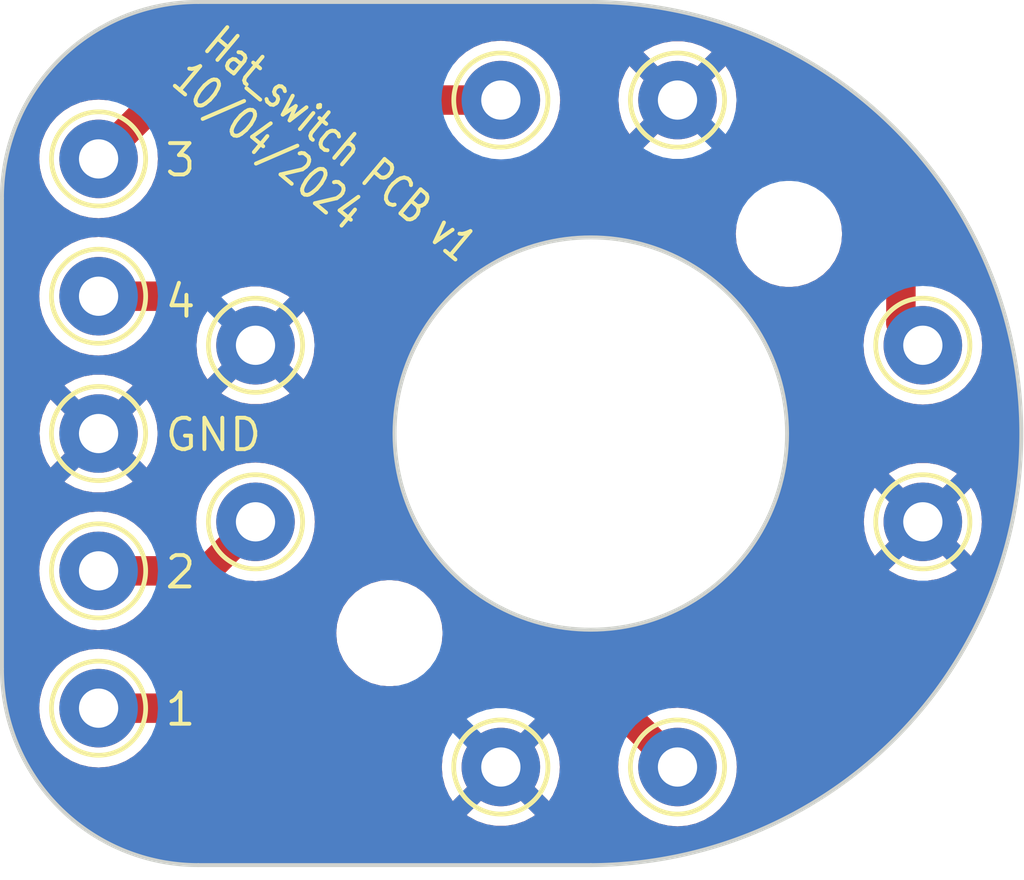
<source format=kicad_pcb>
(kicad_pcb (version 20221018) (generator pcbnew)
  (title_block (rev "1"))
  (layers (0 "F.Cu" signal "Front") (31 "B.Cu" signal "Back") (34 "B.Paste" user) (35 "F.Paste" user) (36 "B.SilkS" user "B.Silkscreen") (37 "F.SilkS" user "F.Silkscreen") (38 "B.Mask" user) (39 "F.Mask" user) (44 "Edge.Cuts" user))
  (net 0 "")
  (net 1 "GND")
  (net 2 "Net-(TP2-Pad1)")
  (net 3 "Net-(TP11-Pad1)")
  (net 4 "Net-(TP4-Pad1)")
  (net 5 "Net-(TP13-Pad1)")
  (footprint "TestPoint:TestPoint_THTPad_D2.0mm_Drill1.0mm" (layer "F.Cu") (at 168.458865 87.75)
    (fp_text reference "TP7" hide)
    (fp_text value "~")
    (fp_circle (center 0 0) (end 0 1.2) (stroke (width 0.12)) (fill none) (layer "F.SilkS"))
    (pad "1" thru_hole circle (at 0 0) (size 2 2) (drill 1) (layers "*.Cu" "*.Mask") (net 2 "Net-(TP2-Pad1)"))
  )
  (footprint "TestPoint:TestPoint_THTPad_D2.0mm_Drill1.0mm" (layer "F.Cu") (at 162.208865 98.5)
    (fp_text reference "TP11" hide)
    (fp_text value "~")
    (fp_circle (center 0 0) (end 0 1.2) (stroke (width 0.12)) (fill none) (layer "F.SilkS"))
    (pad "1" thru_hole circle (at 0 0) (size 2 2) (drill 1) (layers "*.Cu" "*.Mask") (net 3 "Net-(TP11-Pad1)"))
  )
  (footprint "TestPoint:TestPoint_THTPad_D2.0mm_Drill1.0mm" (layer "F.Cu") (at 147.461207 97)
    (fp_text reference "TP3" hide)
    (fp_text value "~")
    (fp_circle (center 0 0) (end 0 1.2) (stroke (width 0.12)) (fill none) (layer "F.SilkS"))
    (pad "1" thru_hole circle (at 0 0) (size 2 2) (drill 1) (layers "*.Cu" "*.Mask") (net 3 "Net-(TP11-Pad1)"))
  )
  (footprint "TestPoint:TestPoint_THTPad_D2.0mm_Drill1.0mm" (layer "F.Cu") (at 151.458865 92.25)
    (fp_text reference "TP13" hide)
    (fp_text value "~")
    (fp_circle (center 0 0) (end 0 1.2) (stroke (width 0.12)) (fill none) (layer "F.SilkS"))
    (pad "1" thru_hole circle (at 0 0) (size 2 2) (drill 1) (layers "*.Cu" "*.Mask") (net 5 "Net-(TP13-Pad1)"))
  )
  (footprint "TestPoint:TestPoint_THTPad_D2.0mm_Drill1.0mm" (layer "F.Cu") (at 147.461207 83)
    (fp_text reference "TP4" hide)
    (fp_text value "~")
    (fp_circle (center 0 0) (end 0 1.2) (stroke (width 0.12)) (fill none) (layer "F.SilkS"))
    (pad "1" thru_hole circle (at 0 0) (size 2 2) (drill 1) (layers "*.Cu" "*.Mask") (net 4 "Net-(TP4-Pad1)"))
  )
  (footprint "MountingHole:MountingHole_2.2mm_M2" (layer "F.Cu") (at 165.047094 84.911771)
    (fp_text reference "H1" hide)
    (fp_text value "m2" hide)
    (pad "" np_thru_hole circle (at 0 0) (size 2.2 2.2) (drill 2.2) (layers "*.Cu" "*.Mask"))
  )
  (footprint "TestPoint:TestPoint_THTPad_D2.0mm_Drill1.0mm" (layer "F.Cu") (at 162.208865 81.5)
    (fp_text reference "TP8" hide)
    (fp_text value "~")
    (fp_circle (center 0 0) (end 0 1.2) (stroke (width 0.12)) (fill none) (layer "F.SilkS"))
    (pad "1" thru_hole circle (at 0 0) (size 2 2) (drill 1) (layers "*.Cu" "*.Mask") (net 1 "GND"))
  )
  (footprint "TestPoint:TestPoint_THTPad_D2.0mm_Drill1.0mm" (layer "F.Cu") (at 147.461207 93.5)
    (fp_text reference "TP5" hide)
    (fp_text value "~")
    (fp_circle (center 0 0) (end 0 1.2) (stroke (width 0.12)) (fill none) (layer "F.SilkS"))
    (pad "1" thru_hole circle (at 0 0) (size 2 2) (drill 1) (layers "*.Cu" "*.Mask") (net 5 "Net-(TP13-Pad1)"))
  )
  (footprint "TestPoint:TestPoint_THTPad_D2.0mm_Drill1.0mm" (layer "F.Cu") (at 157.708865 98.5)
    (fp_text reference "TP10" hide)
    (fp_text value "~")
    (fp_circle (center 0 0) (end 0 1.2) (stroke (width 0.12)) (fill none) (layer "F.SilkS"))
    (pad "1" thru_hole circle (at 0 0) (size 2 2) (drill 1) (layers "*.Cu" "*.Mask") (net 1 "GND"))
  )
  (footprint "TestPoint:TestPoint_THTPad_D2.0mm_Drill1.0mm" (layer "F.Cu") (at 168.458865 92.25)
    (fp_text reference "TP12" hide)
    (fp_text value "~")
    (fp_circle (center 0 0) (end 0 1.2) (stroke (width 0.12)) (fill none) (layer "F.SilkS"))
    (pad "1" thru_hole circle (at 0 0) (size 2 2) (drill 1) (layers "*.Cu" "*.Mask") (net 1 "GND"))
  )
  (footprint "TestPoint:TestPoint_THTPad_D2.0mm_Drill1.0mm" (layer "F.Cu") (at 147.461207 86.5)
    (fp_text reference "TP2" hide)
    (fp_text value "~")
    (fp_circle (center 0 0) (end 0 1.2) (stroke (width 0.12)) (fill none) (layer "F.SilkS"))
    (pad "1" thru_hole circle (at 0 0) (size 2 2) (drill 1) (layers "*.Cu" "*.Mask") (net 2 "Net-(TP2-Pad1)"))
  )
  (footprint "TestPoint:TestPoint_THTPad_D2.0mm_Drill1.0mm" (layer "F.Cu") (at 151.458865 87.75)
    (fp_text reference "TP6" hide)
    (fp_text value "~")
    (fp_circle (center 0 0) (end 0 1.2) (stroke (width 0.12)) (fill none) (layer "F.SilkS"))
    (pad "1" thru_hole circle (at 0 0) (size 2 2) (drill 1) (layers "*.Cu" "*.Mask") (net 1 "GND"))
  )
  (footprint "TestPoint:TestPoint_THTPad_D2.0mm_Drill1.0mm" (layer "F.Cu") (at 147.461207 90)
    (fp_text reference "TP1" hide)
    (fp_text value "~")
    (fp_circle (center 0 0) (end 0 1.2) (stroke (width 0.12)) (fill none) (layer "F.SilkS"))
    (pad "1" thru_hole circle (at 0 0) (size 2 2) (drill 1) (layers "*.Cu" "*.Mask") (net 1 "GND"))
  )
  (footprint "TestPoint:TestPoint_THTPad_D2.0mm_Drill1.0mm" (layer "F.Cu") (at 157.708865 81.5)
    (fp_text reference "TP9" hide)
    (fp_text value "~")
    (fp_circle (center 0 0) (end 0 1.2) (stroke (width 0.12)) (fill none) (layer "F.SilkS"))
    (pad "1" thru_hole circle (at 0 0) (size 2 2) (drill 1) (layers "*.Cu" "*.Mask") (net 4 "Net-(TP4-Pad1)"))
  )
  (footprint "MountingHole:MountingHole_2.2mm_M2" (layer "F.Cu") (at 154.870636 95.088229)
    (fp_text reference "H2" hide)
    (fp_text value "m2")
    (pad "" np_thru_hole circle (at 0 0) (size 2.2 2.2) (drill 2.2) (layers "*.Cu" "*.Mask"))
  )
  (gr_line (start 145 96) (end 145 84) (stroke (width 0.1)) (layer "Edge.Cuts"))
  (gr_arc (start 160 78.999546) (mid 171.000454 90) (end 160 101.000454) (stroke (width 0.1)) (layer "Edge.Cuts"))
  (gr_line (start 150 79) (end 160 79) (stroke (width 0.1)) (layer "Edge.Cuts"))
  (gr_arc (start 145 84) (mid 146.464466 80.464466) (end 150 79) (stroke (width 0.1)) (layer "Edge.Cuts"))
  (gr_line (start 160 101.000454) (end 150 101.000454) (stroke (width 0.1)) (layer "Edge.Cuts"))
  (gr_arc (start 150 101) (mid 146.464466 99.535534) (end 145 96) (stroke (width 0.1)) (layer "Edge.Cuts"))
  (gr_circle (center 160 90) (end 165 90) (stroke (width 0.1)) (fill none) (layer "Edge.Cuts"))
  (gr_text "3" (at 149.1 83.5) (layer "F.SilkS") (effects (font (size 0.8 0.8) (thickness 0.1)) (justify left bottom)))
  (gr_text "1" (at 149.1 97.5) (layer "F.SilkS") (effects (font (size 0.8 0.8) (thickness 0.1)) (justify left bottom)))
  (gr_text "Hat_switch PCB v1" (at 150 80.2 320) (layer "F.SilkS") (effects (font (size 0.8 0.6) (thickness 0.1)) (justify left bottom)))
  (gr_text "10/04/2024\n" (at 149.2 81.1 320) (layer "F.SilkS") (effects (font (size 0.8 0.6) (thickness 0.1)) (justify left bottom)))
  (gr_text "2\n" (at 149.1 94) (layer "F.SilkS") (effects (font (size 0.8 0.8) (thickness 0.1)) (justify left bottom)))
  (gr_text "4" (at 149.1 87.1) (layer "F.SilkS") (effects (font (size 0.8 0.8) (thickness 0.1)) (justify left bottom)))
  (gr_text "GND" (at 149.1 90.5) (layer "F.SilkS") (effects (font (size 0.8 0.8) (thickness 0.1)) (justify left bottom)))
  (segment (start 166.3 82.7) (end 164.2 82.7) (width 0.75) (layer "F.Cu") (net 2))
  (segment (start 168.458865 87.75) (end 167.9 87.191135) (width 0.75) (layer "F.Cu") (net 2))
  (segment (start 167.9 87.191135) (end 167.9 84.3) (width 0.75) (layer "F.Cu") (net 2))
  (segment (start 149.2 86.5) (end 147.461207 86.5) (width 0.75) (layer "F.Cu") (net 2))
  (segment (start 164.2 82.7) (end 163.2 83.7) (width 0.75) (layer "F.Cu") (net 2))
  (segment (start 152 83.7) (end 149.2 86.5) (width 0.75) (layer "F.Cu") (net 2))
  (segment (start 167.9 84.3) (end 166.3 82.7) (width 0.75) (layer "F.Cu") (net 2))
  (segment (start 163.2 83.7) (end 152 83.7) (width 0.75) (layer "F.Cu") (net 2))
  (segment (start 155.1 97.9) (end 151.6 97.9) (width 0.75) (layer "F.Cu") (net 3))
  (segment (start 151.6 97.9) (end 150.7 97) (width 0.75) (layer "F.Cu") (net 3))
  (segment (start 150.7 97) (end 147.461207 97) (width 0.75) (layer "F.Cu") (net 3))
  (segment (start 156.7 96.3) (end 155.1 97.9) (width 0.75) (layer "F.Cu") (net 3))
  (segment (start 162.208865 98.5) (end 160.008865 96.3) (width 0.75) (layer "F.Cu") (net 3))
  (segment (start 160.008865 96.3) (end 156.7 96.3) (width 0.75) (layer "F.Cu") (net 3))
  (segment (start 148.961207 81.5) (end 147.461207 83) (width 0.75) (layer "F.Cu") (net 4))
  (segment (start 157.708865 81.5) (end 148.961207 81.5) (width 0.75) (layer "F.Cu") (net 4))
  (segment (start 150.208865 93.5) (end 147.461207 93.5) (width 0.75) (layer "F.Cu") (net 5))
  (segment (start 151.458865 92.25) (end 150.208865 93.5) (width 0.75) (layer "F.Cu") (net 5))
  (zone (net 1) (net_name "GND") (layers "F&B.Cu") (connect_pads (clearance 0.508)) (min_thickness 0.25) (fill yes (thermal_gap 0.5) (thermal_bridge_width 0.5))
    (polygon (pts (xy 145 79) (xy 171 79) (xy 171 101) (xy 145 101)))
  )
)
</source>
